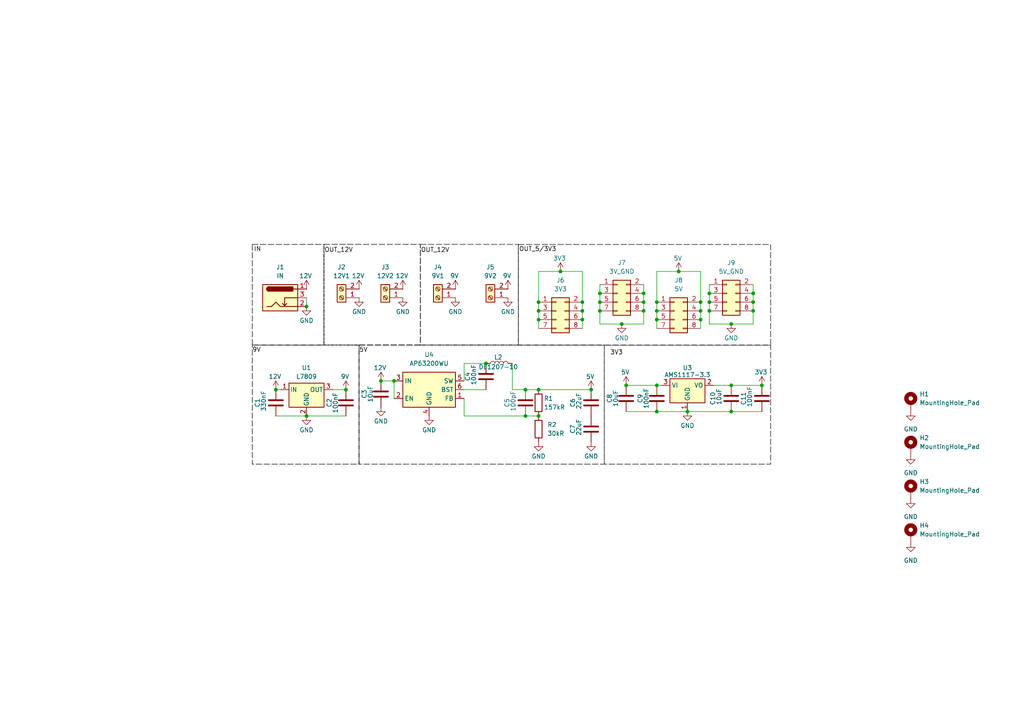
<source format=kicad_sch>
(kicad_sch (version 20250114) (generator "eeschema") (generator_version "9.0")
  (paper "A4")
  (title_block (title "Power_Board") (date "2025-11-24") (rev "1.0") (company "PKl"))
  (lib_symbols
    (symbol "Connector:Barrel_Jack_Switch" (pin_names (hide yes))
      (property "Reference" "J" (at 0 5.334 0))
      (property "Value" "Barrel_Jack_Switch" (at 0 -5.08 0))
      (symbol "Barrel_Jack_Switch_0_1"
        (rectangle (start -5.08 3.81) (end 5.08 -3.81) (stroke (width 0.254)) (fill (type background)))
        (polyline (pts (xy -3.81 -2.54) (xy -2.54 -2.54) (xy -1.27 -1.27) (xy 0 -2.54) (xy 2.54 -2.54) (xy 5.08 -2.54)) (stroke (width 0.254)))
        (arc (start -3.302 1.905) (mid -3.9343 2.54) (end -3.302 3.175) (stroke (width 0.254)))
        (arc (start -3.302 1.905) (mid -3.9343 2.54) (end -3.302 3.175) (stroke (width 0.254)) (fill (type outline)))
        (polyline (pts (xy 1.27 -2.286) (xy 1.905 -1.651)) (stroke (width 0.254)))
        (rectangle (start 3.683 3.175) (end -3.302 1.905) (stroke (width 0.254)) (fill (type outline)))
        (polyline (pts (xy 5.08 2.54) (xy 3.81 2.54)) (stroke (width 0.254)))
        (polyline (pts (xy 5.08 0) (xy 1.27 0) (xy 1.27 -2.286) (xy 0.635 -1.651)) (stroke (width 0.254)))
      )
      (symbol "Barrel_Jack_Switch_1_1"
        (pin passive line (at 7.62 2.54 180) (length 2.54) (name "~") (number "1"))
        (pin passive line (at 7.62 0 180) (length 2.54) (name "~") (number "3"))
        (pin passive line (at 7.62 -2.54 180) (length 2.54) (name "~") (number "2"))
      )
    )
    (symbol "Connector:Screw_Terminal_01x02" (pin_names (offset 1.016) (hide yes))
      (property "Reference" "J" (at 0 2.54 0))
      (property "Value" "Screw_Terminal_01x02" (at 0 -5.08 0))
      (symbol "Screw_Terminal_01x02_1_1"
        (rectangle (start -1.27 1.27) (end 1.27 -3.81) (stroke (width 0.254)) (fill (type background)))
        (polyline (pts (xy -0.5334 0.3302) (xy 0.3302 -0.508)) (stroke (width 0.1524)))
        (polyline (pts (xy -0.5334 -2.2098) (xy 0.3302 -3.048)) (stroke (width 0.1524)))
        (polyline (pts (xy -0.3556 0.508) (xy 0.508 -0.3302)) (stroke (width 0.1524)))
        (polyline (pts (xy -0.3556 -2.032) (xy 0.508 -2.8702)) (stroke (width 0.1524)))
        (circle (center 0 0) (radius 0.635) (stroke (width 0.1524)))
        (circle (center 0 -2.54) (radius 0.635) (stroke (width 0.1524)))
        (pin passive line (at -5.08 0 0) (length 3.81) (name "Pin_1") (number "1"))
        (pin passive line (at -5.08 -2.54 0) (length 3.81) (name "Pin_2") (number "2"))
      )
    )
    (symbol "Connector_Generic:Conn_02x04_Odd_Even" (pin_names (offset 1.016) (hide yes))
      (property "Reference" "J" (at 1.27 5.08 0))
      (property "Value" "Conn_02x04_Odd_Even" (at 1.27 -7.62 0))
      (symbol "Conn_02x04_Odd_Even_1_1"
        (rectangle (start -1.27 3.81) (end 3.81 -6.35) (stroke (width 0.254)) (fill (type background)))
        (rectangle (start -1.27 2.667) (end 0 2.413) (stroke (width 0.1524)))
        (rectangle (start -1.27 0.127) (end 0 -0.127) (stroke (width 0.1524)))
        (rectangle (start -1.27 -2.413) (end 0 -2.667) (stroke (width 0.1524)))
        (rectangle (start -1.27 -4.953) (end 0 -5.207) (stroke (width 0.1524)))
        (rectangle (start 3.81 2.667) (end 2.54 2.413) (stroke (width 0.1524)))
        (rectangle (start 3.81 0.127) (end 2.54 -0.127) (stroke (width 0.1524)))
        (rectangle (start 3.81 -2.413) (end 2.54 -2.667) (stroke (width 0.1524)))
        (rectangle (start 3.81 -4.953) (end 2.54 -5.207) (stroke (width 0.1524)))
        (pin passive line (at -5.08 2.54 0) (length 3.81) (name "Pin_1") (number "1"))
        (pin passive line (at -5.08 0 0) (length 3.81) (name "Pin_3") (number "3"))
        (pin passive line (at -5.08 -2.54 0) (length 3.81) (name "Pin_5") (number "5"))
        (pin passive line (at -5.08 -5.08 0) (length 3.81) (name "Pin_7") (number "7"))
        (pin passive line (at 7.62 2.54 180) (length 3.81) (name "Pin_2") (number "2"))
        (pin passive line (at 7.62 0 180) (length 3.81) (name "Pin_4") (number "4"))
        (pin passive line (at 7.62 -2.54 180) (length 3.81) (name "Pin_6") (number "6"))
        (pin passive line (at 7.62 -5.08 180) (length 3.81) (name "Pin_8") (number "8"))
      )
    )
    (symbol "Device:C" (pin_numbers (hide yes)) (pin_names (offset 0.254))
      (property "Reference" "C" (at 0.635 2.54 0))
      (property "Value" "C" (at 0.635 -2.54 0))
      (symbol "C_0_1"
        (polyline (pts (xy -2.032 0.762) (xy 2.032 0.762)) (stroke (width 0.508)))
        (polyline (pts (xy -2.032 -0.762) (xy 2.032 -0.762)) (stroke (width 0.508)))
      )
      (symbol "C_1_1"
        (pin passive line (at 0 3.81 270) (length 2.794) (name "~") (number "1"))
        (pin passive line (at 0 -3.81 90) (length 2.794) (name "~") (number "2"))
      )
    )
    (symbol "Device:L" (pin_numbers (hide yes)) (pin_names (offset 1.016) (hide yes))
      (property "Reference" "L" (at -1.27 0 90))
      (property "Value" "L" (at 1.905 0 90))
      (symbol "L_0_1"
        (arc (start 0 2.54) (mid 0.6323 1.905) (end 0 1.27))
        (arc (start 0 1.27) (mid 0.6323 0.635) (end 0 0))
        (arc (start 0 0) (mid 0.6323 -0.635) (end 0 -1.27))
        (arc (start 0 -1.27) (mid 0.6323 -1.905) (end 0 -2.54))
      )
      (symbol "L_1_1"
        (pin passive line (at 0 3.81 270) (length 1.27) (name "1") (number "1"))
        (pin passive line (at 0 -3.81 90) (length 1.27) (name "2") (number "2"))
      )
    )
    (symbol "Device:R" (pin_numbers (hide yes)) (pin_names (offset 0))
      (property "Reference" "R" (at 2.032 0 90))
      (property "Value" "R" (at 0 0 90))
      (symbol "R_0_1"
        (rectangle (start -1.016 -2.54) (end 1.016 2.54) (stroke (width 0.254)))
      )
      (symbol "R_1_1"
        (pin passive line (at 0 3.81 270) (length 1.27) (name "~") (number "1"))
        (pin passive line (at 0 -3.81 90) (length 1.27) (name "~") (number "2"))
      )
    )
    (symbol "Mechanical:MountingHole_Pad" (pin_numbers (hide yes)) (pin_names (offset 1.016) (hide yes)) (in_bom no)
      (property "Reference" "H" (at 0 6.35 0))
      (property "Value" "MountingHole_Pad" (at 0 4.445 0))
      (symbol "MountingHole_Pad_0_1"
        (circle (center 0 1.27) (radius 1.27) (stroke (width 1.27)))
      )
      (symbol "MountingHole_Pad_1_1"
        (pin input line (at 0 -2.54 90) (length 2.54) (name "1") (number "1"))
      )
    )
    (symbol "Regulator_Linear:AMS1117-3.3"
      (property "Reference" "U" (at -3.81 3.175 0))
      (property "Value" "AMS1117-3.3" (at 0 3.175 0))
      (symbol "AMS1117-3.3_0_1"
        (rectangle (start -5.08 -5.08) (end 5.08 1.905) (stroke (width 0.254)) (fill (type background)))
      )
      (symbol "AMS1117-3.3_1_1"
        (pin power_in line (at -7.62 0 0) (length 2.54) (name "VI") (number "3"))
        (pin power_in line (at 0 -7.62 90) (length 2.54) (name "GND") (number "1"))
        (pin power_out line (at 7.62 0 180) (length 2.54) (name "VO") (number "2"))
      )
    )
    (symbol "Regulator_Linear:L7809" (pin_names (offset 0.254))
      (property "Reference" "U" (at -3.81 3.175 0))
      (property "Value" "L7809" (at 0 3.175 0))
      (symbol "L7809_0_1"
        (rectangle (start -5.08 1.905) (end 5.08 -5.08) (stroke (width 0.254)) (fill (type background)))
      )
      (symbol "L7809_1_1"
        (pin power_in line (at -7.62 0 0) (length 2.54) (name "IN") (number "1"))
        (pin power_in line (at 0 -7.62 90) (length 2.54) (name "GND") (number "2"))
        (pin power_out line (at 7.62 0 180) (length 2.54) (name "OUT") (number "3"))
      )
    )
    (symbol "Regulator_Switching:AP63200WU"
      (property "Reference" "U" (at -7.62 6.35 0))
      (property "Value" "AP63200WU" (at 2.54 6.35 0))
      (symbol "AP63200WU_0_1"
        (rectangle (start -7.62 5.08) (end 7.62 -5.08) (stroke (width 0.254)) (fill (type background)))
      )
      (symbol "AP63200WU_1_1"
        (pin power_in line (at -10.16 2.54 0) (length 2.54) (name "IN") (number "3"))
        (pin input line (at -10.16 -2.54 0) (length 2.54) (name "EN") (number "2"))
        (pin power_in line (at 0 -7.62 90) (length 2.54) (name "GND") (number "4"))
        (pin output line (at 10.16 2.54 180) (length 2.54) (name "SW") (number "5"))
        (pin passive line (at 10.16 0 180) (length 2.54) (name "BST") (number "6"))
        (pin input line (at 10.16 -2.54 180) (length 2.54) (name "FB") (number "1"))
      )
    )
    (symbol "power:+3.3V" (power) (pin_numbers (hide yes)) (pin_names (offset 0) (hide yes))
      (property "Value" "+3.3V" (at 0 3.556 0))
      (symbol "+3.3V_0_1"
        (polyline (pts (xy -0.762 1.27) (xy 0 2.54)))
        (polyline (pts (xy 0 2.54) (xy 0.762 1.27)))
        (polyline (pts (xy 0 0) (xy 0 2.54)))
      )
      (symbol "+3.3V_1_1"
        (pin power_in line (at 0 0 90) (length 0) (name "~") (number "1"))
      )
    )
    (symbol "power:GND" (power) (pin_numbers (hide yes)) (pin_names (offset 0) (hide yes))
      (property "Value" "GND" (at 0 -3.81 0))
      (symbol "GND_0_1"
        (polyline (pts (xy 0 0) (xy 0 -1.27) (xy 1.27 -1.27) (xy 0 -2.54) (xy -1.27 -1.27) (xy 0 -1.27)))
      )
      (symbol "GND_1_1"
        (pin power_in line (at 0 0 270) (length 0) (name "~") (number "1"))
      )
    )
  )
  (rectangle (start 73.1646 100.0852) (end 104.14 134.62) (stroke (width 0) (type dash) (color 0 0 0 1)))
  (rectangle (start 73.1674 70.8801) (end 93.98 100.0901) (stroke (width 0) (type dash) (color 0 0 0 1)))
  (rectangle (start 175.2599 100.0895) (end 223.5199 134.6199) (stroke (width 0) (type dash) (color 0 0 0 1)))
  (rectangle (start 93.9383 70.8651) (end 121.9199 100.0751) (stroke (width 0) (type dash) (color 0 0 0 1)))
  (rectangle (start 150.3334 70.9069) (end 223.52 100.1169) (stroke (width 0) (type dash) (color 0 0 0 1)))
  (rectangle (start 104.14 100.076) (end 175.26 134.62) (stroke (width 0) (type dash) (color 0 0 0 1)))
  (rectangle (start 121.9105 70.8812) (end 150.3373 100.0912) (stroke (width 0) (type dash) (color 0 0 0 1)))
  (text "5V" (at 105.41 101.6 0) (effects (font (size 1.27 1.27))))
  (text "OUT_12V" (at 98.2421 72.6304 0) (effects (font (size 1.27 1.27))))
  (text "OUT_5/3V3" (at 155.956 72.39 0) (effects (font (size 1.27 1.27))))
  (text "3V3" (at 178.816 102.362 0) (effects (font (size 1.27 1.27))))
  (text "IN" (at 74.676 72.39 0) (effects (font (size 1.27 1.27))))
  (text "9V" (at 74.422 101.6 0) (effects (font (size 1.27 1.27))))
  (text "OUT_12V" (at 126.2143 72.6465 0) (effects (font (size 1.27 1.27))))
  (junction (at 212.09 93.98))
  (junction (at 203.2 87.63))
  (junction (at 181.61 111.76))
  (junction (at 218.44 90.17))
  (junction (at 190.5 119.38))
  (junction (at 212.09 119.38))
  (junction (at 186.69 90.17))
  (junction (at 218.44 87.63))
  (junction (at 196.85 78.74))
  (junction (at 199.39 119.38))
  (junction (at 171.45 113.03))
  (junction (at 186.69 87.63))
  (junction (at 220.98 111.76))
  (junction (at 156.21 113.03))
  (junction (at 205.74 90.17))
  (junction (at 173.99 87.63))
  (junction (at 203.2 90.17))
  (junction (at 190.5 87.63))
  (junction (at 140.97 105.41))
  (junction (at 110.49 110.49))
  (junction (at 173.99 85.09))
  (junction (at 100.33 113.03))
  (junction (at 156.21 120.65))
  (junction (at 168.91 92.71))
  (junction (at 162.56 78.74))
  (junction (at 180.34 93.98))
  (junction (at 173.99 90.17))
  (junction (at 168.91 90.17))
  (junction (at 156.21 87.63))
  (junction (at 190.5 90.17))
  (junction (at 218.44 85.09))
  (junction (at 212.09 111.76))
  (junction (at 205.74 87.63))
  (junction (at 80.01 113.03))
  (junction (at 156.21 92.71))
  (junction (at 168.91 87.63))
  (junction (at 203.2 92.71))
  (junction (at 114.3 110.49))
  (junction (at 88.9 88.9))
  (junction (at 186.69 85.09))
  (junction (at 152.4 120.65))
  (junction (at 88.9 120.65))
  (junction (at 152.4 113.03))
  (junction (at 190.5 92.71))
  (junction (at 190.5 111.76))
  (junction (at 205.74 85.09))
  (junction (at 156.21 90.17))
  (wire (pts (xy 181.61 111.76) (xy 190.5 111.76)))
  (wire (pts (xy 212.09 111.76) (xy 220.98 111.76)))
  (wire (pts (xy 203.2 95.25) (xy 203.2 92.71)))
  (wire (pts (xy 203.2 90.17) (xy 203.2 87.63)))
  (wire (pts (xy 156.21 78.74) (xy 162.56 78.74)))
  (wire (pts (xy 156.21 92.71) (xy 156.21 90.17)))
  (wire (pts (xy 205.74 85.09) (xy 205.74 87.63)))
  (wire (pts (xy 186.69 82.55) (xy 186.69 85.09)))
  (wire (pts (xy 88.9 120.65) (xy 100.33 120.65)))
  (wire (pts (xy 199.39 119.38) (xy 212.09 119.38)))
  (wire (pts (xy 134.62 120.65) (xy 134.62 115.57)))
  (wire (pts (xy 173.99 85.09) (xy 173.99 82.55)))
  (wire (pts (xy 181.61 119.38) (xy 190.5 119.38)))
  (wire (pts (xy 190.5 111.76) (xy 191.77 111.76)))
  (wire (pts (xy 190.5 119.38) (xy 199.39 119.38)))
  (wire (pts (xy 196.85 78.74) (xy 190.5 78.74)))
  (wire (pts (xy 207.01 111.76) (xy 212.09 111.76)))
  (wire (pts (xy 218.44 85.09) (xy 218.44 87.63)))
  (wire (pts (xy 148.59 105.41) (xy 148.59 113.03)))
  (wire (pts (xy 186.69 90.17) (xy 186.69 93.98)))
  (wire (pts (xy 186.69 87.63) (xy 186.69 90.17)))
  (wire (pts (xy 168.91 78.74) (xy 168.91 87.63)))
  (wire (pts (xy 190.5 92.71) (xy 190.5 95.25)))
  (wire (pts (xy 80.01 120.65) (xy 88.9 120.65)))
  (wire (pts (xy 205.74 82.55) (xy 205.74 85.09)))
  (wire (pts (xy 134.62 105.41) (xy 140.97 105.41)))
  (wire (pts (xy 168.91 90.17) (xy 168.91 92.71)))
  (wire (pts (xy 173.99 93.98) (xy 173.99 90.17)))
  (wire (pts (xy 173.99 90.17) (xy 173.99 87.63)))
  (wire (pts (xy 203.2 92.71) (xy 203.2 90.17)))
  (wire (pts (xy 205.74 93.98) (xy 205.74 90.17)))
  (wire (pts (xy 110.49 110.49) (xy 114.3 110.49)))
  (wire (pts (xy 156.21 113.03) (xy 171.45 113.03)))
  (wire (pts (xy 114.3 110.49) (xy 114.3 115.57)))
  (wire (pts (xy 218.44 82.55) (xy 218.44 85.09)))
  (wire (pts (xy 156.21 90.17) (xy 156.21 87.63)))
  (wire (pts (xy 148.59 113.03) (xy 152.4 113.03)))
  (wire (pts (xy 168.91 87.63) (xy 168.91 90.17)))
  (wire (pts (xy 212.09 119.38) (xy 220.98 119.38)))
  (wire (pts (xy 96.52 113.03) (xy 100.33 113.03)))
  (wire (pts (xy 134.62 110.49) (xy 134.62 105.41)))
  (wire (pts (xy 134.62 120.65) (xy 152.4 120.65)))
  (wire (pts (xy 88.9 86.36) (xy 88.9 88.9)))
  (wire (pts (xy 156.21 87.63) (xy 156.21 78.74)))
  (wire (pts (xy 190.5 78.74) (xy 190.5 87.63)))
  (wire (pts (xy 186.69 93.98) (xy 180.34 93.98)))
  (wire (pts (xy 186.69 85.09) (xy 186.69 87.63)))
  (wire (pts (xy 218.44 93.98) (xy 212.09 93.98)))
  (wire (pts (xy 162.56 78.74) (xy 168.91 78.74)))
  (wire (pts (xy 173.99 87.63) (xy 173.99 85.09)))
  (wire (pts (xy 190.5 87.63) (xy 190.5 90.17)))
  (wire (pts (xy 80.01 113.03) (xy 81.28 113.03)))
  (wire (pts (xy 212.09 93.98) (xy 205.74 93.98)))
  (wire (pts (xy 168.91 92.71) (xy 168.91 95.25)))
  (wire (pts (xy 152.4 113.03) (xy 156.21 113.03)))
  (wire (pts (xy 180.34 93.98) (xy 173.99 93.98)))
  (wire (pts (xy 152.4 120.65) (xy 156.21 120.65)))
  (wire (pts (xy 190.5 90.17) (xy 190.5 92.71)))
  (wire (pts (xy 203.2 87.63) (xy 203.2 78.74)))
  (wire (pts (xy 134.62 113.03) (xy 140.97 113.03)))
  (wire (pts (xy 156.21 95.25) (xy 156.21 92.71)))
  (wire (pts (xy 203.2 78.74) (xy 196.85 78.74)))
  (wire (pts (xy 218.44 87.63) (xy 218.44 90.17)))
  (wire (pts (xy 205.74 87.63) (xy 205.74 90.17)))
  (wire (pts (xy 218.44 90.17) (xy 218.44 93.98)))
  (symbol (lib_id "power:+3.3V") (at 196.85 78.74 0) (unit 1)
    (property "Reference" "#PWR025" (effects (hide yes)))
    (property "Value" "5V" (at 196.596 74.93 0))
    (property "Description" "Power symbol creates a global label with name \"+3.3V\"" (effects (hide yes)))
  )
  (symbol (lib_id "power:GND") (at 264.16 144.78 0) (unit 1)
    (property "Reference" "#PWR012" (effects (hide yes)))
    (property "Value" "GND" (at 264.16 149.86 0))
    (property "Description" "Power symbol creates a global label with name \"GND\" , ground" (effects (hide yes)))
  )
  (symbol (lib_id "power:+3.3V") (at 116.84 83.82 0) (unit 1)
    (property "Reference" "#PWR018" (effects (hide yes)))
    (property "Value" "12V" (at 116.586 80.01 0))
    (property "Description" "Power symbol creates a global label with name \"+3.3V\"" (effects (hide yes)))
  )
  (symbol (lib_id "Connector_Generic:Conn_02x04_Odd_Even") (at 179.07 85.09 0) (unit 1)
    (property "Reference" "J7" (at 180.34 76.2 0))
    (property "Value" "3V_GND" (at 180.34 78.74 0))
    (property "Footprint" "Connector_PinHeader_2.54mm:PinHeader_2x04_P2.54mm_Vertical" (effects (hide yes)))
    (property "Description" "Generic connector, double row, 02x04, odd/even pin numbering scheme (row 1 odd numbers, row 2 even numbers), script generated (kicad-library-utils/schlib/autogen/connector/)" (effects (hide yes)))
  )
  (symbol (lib_id "Device:C") (at 140.97 109.22 0) (unit 1)
    (property "Reference" "C4" (at 135.636 109.22 90))
    (property "Value" "100nF" (at 137.414 108.712 90))
    (property "Footprint" "Capacitor_SMD:C_0805_2012Metric" (effects (hide yes)))
    (property "Description" "Unpolarized capacitor" (effects (hide yes)))
  )
  (symbol (lib_id "power:GND") (at 88.9 88.9 0) (unit 1)
    (property "Reference" "#PWR014" (effects (hide yes)))
    (property "Value" "GND" (at 88.9 92.964 0))
    (property "Description" "Power symbol creates a global label with name \"GND\" , ground" (effects (hide yes)))
  )
  (symbol (lib_id "Device:C") (at 100.33 116.84 0) (unit 1)
    (property "Reference" "C2" (at 95.504 116.84 90))
    (property "Value" "100nF" (at 97.282 116.84 90))
    (property "Footprint" "Capacitor_SMD:C_0805_2012Metric" (effects (hide yes)))
    (property "Description" "Unpolarized capacitor" (effects (hide yes)))
  )
  (symbol (lib_id "Device:C") (at 171.45 124.46 0) (unit 1)
    (property "Reference" "C7" (at 166.116 124.46 90))
    (property "Value" "22uF" (at 167.894 123.952 90))
    (property "Footprint" "Capacitor_SMD:C_1206_3216Metric" (effects (hide yes)))
    (property "Description" "Unpolarized capacitor" (effects (hide yes)))
  )
  (symbol (lib_id "Device:C") (at 80.01 116.84 0) (unit 1)
    (property "Reference" "C1" (at 74.676 116.84 90))
    (property "Value" "330nF" (at 76.454 116.332 90))
    (property "Footprint" "Capacitor_SMD:C_0805_2012Metric" (effects (hide yes)))
    (property "Description" "Unpolarized capacitor" (effects (hide yes)))
  )
  (symbol (lib_id "Mechanical:MountingHole_Pad") (at 264.16 116.84 0) (unit 1) (in_bom no)
    (property "Reference" "H1" (at 266.7 114.2999 0) (effects (justify left)))
    (property "Value" "MountingHole_Pad" (at 266.7 116.8399 0) (effects (justify left)))
    (property "Footprint" "MountingHole:MountingHole_3.2mm_M3_DIN965_Pad" (effects (hide yes)))
    (property "Description" "Mounting Hole with connection" (effects (hide yes)))
  )
  (symbol (lib_id "power:GND") (at 212.09 93.98 0) (unit 1)
    (property "Reference" "#PWR027" (effects (hide yes)))
    (property "Value" "GND" (at 212.09 98.044 0))
    (property "Description" "Power symbol creates a global label with name \"GND\" , ground" (effects (hide yes)))
  )
  (symbol (lib_id "power:GND") (at 124.46 120.65 0) (unit 1)
    (property "Reference" "#PWR032" (effects (hide yes)))
    (property "Value" "GND" (at 124.46 124.714 0))
    (property "Description" "Power symbol creates a global label with name \"GND\" , ground" (effects (hide yes)))
  )
  (symbol (lib_id "Connector:Screw_Terminal_01x02") (at 127 86.36 180) (unit 1)
    (property "Reference" "J4" (at 127 77.47 0))
    (property "Value" "9V1" (at 127 80.01 0))
    (property "Footprint" "TerminalBlock_Phoenix:TerminalBlock_Phoenix_MKDS-1,5-2_1x02_P5.00mm_Horizontal" (effects (hide yes)))
    (property "Description" "Generic screw terminal, single row, 01x02, script generated (kicad-library-utils/schlib/autogen/connector/)" (effects (hide yes)))
  )
  (symbol (lib_id "power:GND") (at 147.32 86.36 0) (unit 1)
    (property "Reference" "#PWR023" (effects (hide yes)))
    (property "Value" "GND" (at 147.32 90.424 0))
    (property "Description" "Power symbol creates a global label with name \"GND\" , ground" (effects (hide yes)))
  )
  (symbol (lib_id "Mechanical:MountingHole_Pad") (at 264.16 129.54 0) (unit 1) (in_bom no)
    (property "Reference" "H2" (at 266.7 126.9999 0) (effects (justify left)))
    (property "Value" "MountingHole_Pad" (at 266.7 129.5399 0) (effects (justify left)))
    (property "Footprint" "MountingHole:MountingHole_3.2mm_M3_DIN965_Pad" (effects (hide yes)))
    (property "Description" "Mounting Hole with connection" (effects (hide yes)))
  )
  (symbol (lib_id "power:GND") (at 264.16 157.48 0) (unit 1)
    (property "Reference" "#PWR013" (effects (hide yes)))
    (property "Value" "GND" (at 264.16 162.56 0))
    (property "Description" "Power symbol creates a global label with name \"GND\" , ground" (effects (hide yes)))
  )
  (symbol (lib_id "Device:L") (at 144.78 105.41 90) (unit 1)
    (property "Reference" "L2" (at 144.526 103.632 90))
    (property "Value" "DE1207-10" (at 144.526 106.426 90))
    (property "Footprint" "Inductor_SMD:L_12x12mm_H8mm" (effects (hide yes)))
    (property "Description" "Inductor" (effects (hide yes)))
  )
  (symbol (lib_id "power:GND") (at 264.16 119.38 0) (unit 1)
    (property "Reference" "#PWR010" (effects (hide yes)))
    (property "Value" "GND" (at 264.16 124.46 0))
    (property "Description" "Power symbol creates a global label with name \"GND\" , ground" (effects (hide yes)))
  )
  (symbol (lib_id "Regulator_Linear:L7809") (at 88.9 113.03 0) (unit 1)
    (property "Reference" "U1" (at 88.9 106.68 0))
    (property "Value" "L7809" (at 88.9 109.22 0))
    (property "Footprint" "Package_TO_SOT_SMD:TO-263-2" (effects (hide yes)))
    (property "Datasheet" "http://www.st.com/content/ccc/resource/technical/document/datasheet/41/4f/b3/b0/12/d4/47/88/CD00000444.pdf/files/CD00000444.pdf/jcr:content/translations/en.CD00000444.pdf" (effects (hide yes)))
    (property "Description" "Positive 1.5A 35V Linear Regulator, Fixed Output 9V, TO-220/TO-263/TO-252" (effects (hide yes)))
  )
  (symbol (lib_id "power:GND") (at 88.9 120.65 0) (unit 1)
    (property "Reference" "#PWR02" (effects (hide yes)))
    (property "Value" "GND" (at 88.9 124.714 0))
    (property "Description" "Power symbol creates a global label with name \"GND\" , ground" (effects (hide yes)))
  )
  (symbol (lib_id "Connector_Generic:Conn_02x04_Odd_Even") (at 161.29 90.17 0) (unit 1)
    (property "Reference" "J6" (at 162.56 81.28 0))
    (property "Value" "3V3" (at 162.56 83.82 0))
    (property "Footprint" "Connector_PinHeader_2.54mm:PinHeader_2x04_P2.54mm_Vertical" (effects (hide yes)))
    (property "Description" "Generic connector, double row, 02x04, odd/even pin numbering scheme (row 1 odd numbers, row 2 even numbers), script generated (kicad-library-utils/schlib/autogen/connector/)" (effects (hide yes)))
  )
  (symbol (lib_id "power:+3.3V") (at 80.01 113.03 0) (unit 1)
    (property "Reference" "#PWR01" (effects (hide yes)))
    (property "Value" "12V" (at 79.756 109.22 0))
    (property "Description" "Power symbol creates a global label with name \"+3.3V\"" (effects (hide yes)))
  )
  (symbol (lib_id "power:+3.3V") (at 181.61 111.76 0) (unit 1)
    (property "Reference" "#PWR07" (effects (hide yes)))
    (property "Value" "5V" (at 181.356 107.95 0))
    (property "Description" "Power symbol creates a global label with name \"+3.3V\"" (effects (hide yes)))
  )
  (symbol (lib_id "power:+3.3V") (at 132.08 83.82 0) (unit 1)
    (property "Reference" "#PWR020" (effects (hide yes)))
    (property "Value" "9V" (at 131.826 80.01 0))
    (property "Description" "Power symbol creates a global label with name \"+3.3V\"" (effects (hide yes)))
  )
  (symbol (lib_id "power:+3.3V") (at 100.33 113.03 0) (unit 1)
    (property "Reference" "#PWR03" (effects (hide yes)))
    (property "Value" "9V" (at 100.076 109.22 0))
    (property "Description" "Power symbol creates a global label with name \"+3.3V\"" (effects (hide yes)))
  )
  (symbol (lib_id "Mechanical:MountingHole_Pad") (at 264.16 142.24 0) (unit 1) (in_bom no)
    (property "Reference" "H3" (at 266.7 139.6999 0) (effects (justify left)))
    (property "Value" "MountingHole_Pad" (at 266.7 142.2399 0) (effects (justify left)))
    (property "Footprint" "MountingHole:MountingHole_3.2mm_M3_DIN965_Pad" (effects (hide yes)))
    (property "Description" "Mounting Hole with connection" (effects (hide yes)))
  )
  (symbol (lib_id "power:GND") (at 116.84 86.36 0) (unit 1)
    (property "Reference" "#PWR019" (effects (hide yes)))
    (property "Value" "GND" (at 116.84 90.424 0))
    (property "Description" "Power symbol creates a global label with name \"GND\" , ground" (effects (hide yes)))
  )
  (symbol (lib_id "Device:R") (at 156.21 116.84 0) (unit 1)
    (property "Reference" "R1" (at 157.734 115.57 0) (effects (justify left)))
    (property "Value" "157kR" (at 157.734 118.11 0) (effects (justify left)))
    (property "Footprint" "Resistor_SMD:R_0805_2012Metric" (effects (hide yes)))
    (property "Description" "Resistor" (effects (hide yes)))
  )
  (symbol (lib_id "Device:R") (at 156.21 124.46 0) (unit 1)
    (property "Reference" "R2" (at 158.75 123.1899 0) (effects (justify left)))
    (property "Value" "30kR" (at 158.75 125.7299 0) (effects (justify left)))
    (property "Footprint" "Resistor_SMD:R_0805_2012Metric" (effects (hide yes)))
    (property "Description" "Resistor" (effects (hide yes)))
  )
  (symbol (lib_id "power:GND") (at 110.49 118.11 0) (unit 1)
    (property "Reference" "#PWR031" (effects (hide yes)))
    (property "Value" "GND" (at 110.49 122.174 0))
    (property "Description" "Power symbol creates a global label with name \"GND\" , ground" (effects (hide yes)))
  )
  (symbol (lib_id "Device:C") (at 110.49 114.3 0) (unit 1)
    (property "Reference" "C3" (at 105.664 114.3 90))
    (property "Value" "10uF" (at 107.442 114.3 90))
    (property "Footprint" "Capacitor_SMD:C_1206_3216Metric" (effects (hide yes)))
    (property "Description" "Unpolarized capacitor" (effects (hide yes)))
  )
  (symbol (lib_id "Device:C") (at 220.98 115.57 0) (unit 1)
    (property "Reference" "C11" (at 215.646 115.57 90))
    (property "Value" "100nF" (at 217.424 115.062 90))
    (property "Footprint" "Capacitor_SMD:C_0805_2012Metric" (effects (hide yes)))
    (property "Description" "Unpolarized capacitor" (effects (hide yes)))
  )
  (symbol (lib_id "power:GND") (at 180.34 93.98 0) (unit 1)
    (property "Reference" "#PWR026" (effects (hide yes)))
    (property "Value" "GND" (at 180.34 98.044 0))
    (property "Description" "Power symbol creates a global label with name \"GND\" , ground" (effects (hide yes)))
  )
  (symbol (lib_id "power:GND") (at 264.16 132.08 0) (unit 1)
    (property "Reference" "#PWR011" (effects (hide yes)))
    (property "Value" "GND" (at 264.16 137.16 0))
    (property "Description" "Power symbol creates a global label with name \"GND\" , ground" (effects (hide yes)))
  )
  (symbol (lib_id "Device:C") (at 212.09 115.57 0) (unit 1)
    (property "Reference" "C10" (at 206.756 115.57 90))
    (property "Value" "10uF" (at 208.534 115.062 90))
    (property "Footprint" "Capacitor_SMD:C_0805_2012Metric" (effects (hide yes)))
    (property "Description" "Unpolarized capacitor" (effects (hide yes)))
  )
  (symbol (lib_id "power:GND") (at 132.08 86.36 0) (unit 1)
    (property "Reference" "#PWR021" (effects (hide yes)))
    (property "Value" "GND" (at 132.08 90.424 0))
    (property "Description" "Power symbol creates a global label with name \"GND\" , ground" (effects (hide yes)))
  )
  (symbol (lib_id "Connector:Screw_Terminal_01x02") (at 111.76 86.36 180) (unit 1)
    (property "Reference" "J3" (at 111.76 77.47 0))
    (property "Value" "12V2" (at 111.76 80.01 0))
    (property "Footprint" "TerminalBlock_Phoenix:TerminalBlock_Phoenix_MKDS-1,5-2_1x02_P5.00mm_Horizontal" (effects (hide yes)))
    (property "Description" "Generic screw terminal, single row, 01x02, script generated (kicad-library-utils/schlib/autogen/connector/)" (effects (hide yes)))
  )
  (symbol (lib_id "Device:C") (at 190.5 115.57 0) (unit 1)
    (property "Reference" "C9" (at 185.674 115.57 90))
    (property "Value" "100nF" (at 187.452 115.57 90))
    (property "Footprint" "Capacitor_SMD:C_0805_2012Metric" (effects (hide yes)))
    (property "Description" "Unpolarized capacitor" (effects (hide yes)))
  )
  (symbol (lib_id "power:GND") (at 104.14 86.36 0) (unit 1)
    (property "Reference" "#PWR016" (effects (hide yes)))
    (property "Value" "GND" (at 104.14 90.424 0))
    (property "Description" "Power symbol creates a global label with name \"GND\" , ground" (effects (hide yes)))
  )
  (symbol (lib_id "Device:C") (at 152.4 116.84 0) (unit 1)
    (property "Reference" "C5" (at 147.066 116.84 90))
    (property "Value" "100pF" (at 148.844 116.332 90))
    (property "Footprint" "Capacitor_SMD:C_0805_2012Metric" (effects (hide yes)))
    (property "Description" "Unpolarized capacitor" (effects (hide yes)))
  )
  (symbol (lib_id "Regulator_Switching:AP63200WU") (at 124.46 113.03 0) (unit 1)
    (property "Reference" "U4" (at 124.46 102.87 0))
    (property "Value" "AP63200WU" (at 124.46 105.41 0))
    (property "Footprint" "Package_TO_SOT_SMD:TSOT-23-6" (effects (hide yes)))
    (property "Datasheet" "https://www.diodes.com/assets/Datasheets/AP63200-AP63201-AP63203-AP63205.pdf" (effects (hide yes)))
    (property "Description" "2A, 500kHz Buck DC/DC Converter, adjustable output voltage, TSOT-23-6" (effects (hide yes)))
  )
  (symbol (lib_id "power:GND") (at 199.39 119.38 0) (unit 1)
    (property "Reference" "#PWR08" (effects (hide yes)))
    (property "Value" "GND" (at 199.39 123.444 0))
    (property "Description" "Power symbol creates a global label with name \"GND\" , ground" (effects (hide yes)))
  )
  (symbol (lib_id "Regulator_Linear:AMS1117-3.3") (at 199.39 111.76 0) (unit 1)
    (property "Reference" "U3" (at 199.39 106.68 0))
    (property "Value" "AMS1117-3.3" (at 199.39 108.712 0))
    (property "Footprint" "Package_TO_SOT_SMD:SOT-223-3_TabPin2" (effects (hide yes)))
    (property "Datasheet" "http://www.advanced-monolithic.com/pdf/ds1117.pdf" (effects (hide yes)))
    (property "Description" "1A Low Dropout regulator, positive, 3.3V fixed output, SOT-223" (effects (hide yes)))
  )
  (symbol (lib_id "Mechanical:MountingHole_Pad") (at 264.16 154.94 0) (unit 1) (in_bom no)
    (property "Reference" "H4" (at 266.7 152.3999 0) (effects (justify left)))
    (property "Value" "MountingHole_Pad" (at 266.7 154.9399 0) (effects (justify left)))
    (property "Footprint" "MountingHole:MountingHole_3.2mm_M3_DIN965_Pad" (effects (hide yes)))
    (property "Description" "Mounting Hole with connection" (effects (hide yes)))
  )
  (symbol (lib_id "Connector:Screw_Terminal_01x02") (at 142.24 86.36 180) (unit 1)
    (property "Reference" "J5" (at 142.24 77.47 0))
    (property "Value" "9V2" (at 142.24 80.01 0))
    (property "Footprint" "TerminalBlock_Phoenix:TerminalBlock_Phoenix_MKDS-1,5-2_1x02_P5.00mm_Horizontal" (effects (hide yes)))
    (property "Description" "Generic screw terminal, single row, 01x02, script generated (kicad-library-utils/schlib/autogen/connector/)" (effects (hide yes)))
  )
  (symbol (lib_id "power:+3.3V") (at 171.45 113.03 0) (unit 1)
    (property "Reference" "#PWR033" (effects (hide yes)))
    (property "Value" "5V" (at 171.196 109.22 0))
    (property "Description" "Power symbol creates a global label with name \"+3.3V\"" (effects (hide yes)))
  )
  (symbol (lib_id "power:+3.3V") (at 88.9 83.82 0) (unit 1)
    (property "Reference" "#PWR015" (effects (hide yes)))
    (property "Value" "12V" (at 88.646 80.01 0))
    (property "Description" "Power symbol creates a global label with name \"+3.3V\"" (effects (hide yes)))
  )
  (symbol (lib_id "Connector:Screw_Terminal_01x02") (at 99.06 86.36 180) (unit 1)
    (property "Reference" "J2" (at 99.06 77.47 0))
    (property "Value" "12V1" (at 99.06 80.01 0))
    (property "Footprint" "TerminalBlock_Phoenix:TerminalBlock_Phoenix_MKDS-1,5-2_1x02_P5.00mm_Horizontal" (effects (hide yes)))
    (property "Description" "Generic screw terminal, single row, 01x02, script generated (kicad-library-utils/schlib/autogen/connector/)" (effects (hide yes)))
  )
  (symbol (lib_id "Connector_Generic:Conn_02x04_Odd_Even") (at 210.82 85.09 0) (unit 1)
    (property "Reference" "J9" (at 212.09 76.2 0))
    (property "Value" "5V_GND" (at 212.09 78.74 0))
    (property "Footprint" "Connector_PinHeader_2.54mm:PinHeader_2x04_P2.54mm_Vertical" (effects (hide yes)))
    (property "Description" "Generic connector, double row, 02x04, odd/even pin numbering scheme (row 1 odd numbers, row 2 even numbers), script generated (kicad-library-utils/schlib/autogen/connector/)" (effects (hide yes)))
  )
  (symbol (lib_id "Connector_Generic:Conn_02x04_Odd_Even") (at 195.58 90.17 0) (unit 1)
    (property "Reference" "J8" (at 196.85 81.28 0))
    (property "Value" "5V" (at 196.85 83.82 0))
    (property "Footprint" "Connector_PinHeader_2.54mm:PinHeader_2x04_P2.54mm_Vertical" (effects (hide yes)))
    (property "Description" "Generic connector, double row, 02x04, odd/even pin numbering scheme (row 1 odd numbers, row 2 even numbers), script generated (kicad-library-utils/schlib/autogen/connector/)" (effects (hide yes)))
  )
  (symbol (lib_id "power:GND") (at 171.45 128.27 0) (unit 1)
    (property "Reference" "#PWR034" (effects (hide yes)))
    (property "Value" "GND" (at 171.45 132.334 0))
    (property "Description" "Power symbol creates a global label with name \"GND\" , ground" (effects (hide yes)))
  )
  (symbol (lib_id "Device:C") (at 181.61 115.57 0) (unit 1)
    (property "Reference" "C8" (at 176.784 115.57 90))
    (property "Value" "10uF" (at 178.562 115.57 90))
    (property "Footprint" "Capacitor_SMD:C_0805_2012Metric" (effects (hide yes)))
    (property "Description" "Unpolarized capacitor" (effects (hide yes)))
  )
  (symbol (lib_id "power:GND") (at 156.21 128.27 0) (unit 1)
    (property "Reference" "#PWR04" (effects (hide yes)))
    (property "Value" "GND" (at 156.21 132.334 0))
    (property "Description" "Power symbol creates a global label with name \"GND\" , ground" (effects (hide yes)))
  )
  (symbol (lib_id "power:+3.3V") (at 110.49 110.49 0) (unit 1)
    (property "Reference" "#PWR030" (effects (hide yes)))
    (property "Value" "12V" (at 110.236 106.68 0))
    (property "Description" "Power symbol creates a global label with name \"+3.3V\"" (effects (hide yes)))
  )
  (symbol (lib_id "power:+3.3V") (at 220.98 111.76 0) (unit 1)
    (property "Reference" "#PWR09" (effects (hide yes)))
    (property "Value" "3V3" (at 220.726 107.95 0))
    (property "Description" "Power symbol creates a global label with name \"+3.3V\"" (effects (hide yes)))
  )
  (symbol (lib_id "Connector:Barrel_Jack_Switch") (at 81.28 86.36 0) (unit 1)
    (property "Reference" "J1" (at 81.28 77.47 0))
    (property "Value" "IN" (at 81.28 80.01 0))
    (property "Footprint" "Connector_BarrelJack:BarrelJack_Horizontal" (effects (hide yes)))
    (property "Description" "DC Barrel Jack with an internal switch" (effects (hide yes)))
  )
  (symbol (lib_id "power:+3.3V") (at 104.14 83.82 0) (unit 1)
    (property "Reference" "#PWR017" (effects (hide yes)))
    (property "Value" "12V" (at 103.886 80.01 0))
    (property "Description" "Power symbol creates a global label with name \"+3.3V\"" (effects (hide yes)))
  )
  (symbol (lib_id "power:+3.3V") (at 147.32 83.82 0) (unit 1)
    (property "Reference" "#PWR022" (effects (hide yes)))
    (property "Value" "9V" (at 147.066 80.01 0))
    (property "Description" "Power symbol creates a global label with name \"+3.3V\"" (effects (hide yes)))
  )
  (symbol (lib_id "power:+3.3V") (at 162.56 78.74 0) (unit 1)
    (property "Reference" "#PWR024" (effects (hide yes)))
    (property "Value" "3V3" (at 162.306 74.93 0))
    (property "Description" "Power symbol creates a global label with name \"+3.3V\"" (effects (hide yes)))
  )
  (symbol (lib_id "Device:C") (at 171.45 116.84 0) (unit 1)
    (property "Reference" "C6" (at 166.116 116.84 90))
    (property "Value" "22uF" (at 167.894 116.332 90))
    (property "Footprint" "Capacitor_SMD:C_1206_3216Metric" (effects (hide yes)))
    (property "Description" "Unpolarized capacitor" (effects (hide yes)))
  )
)
</source>
